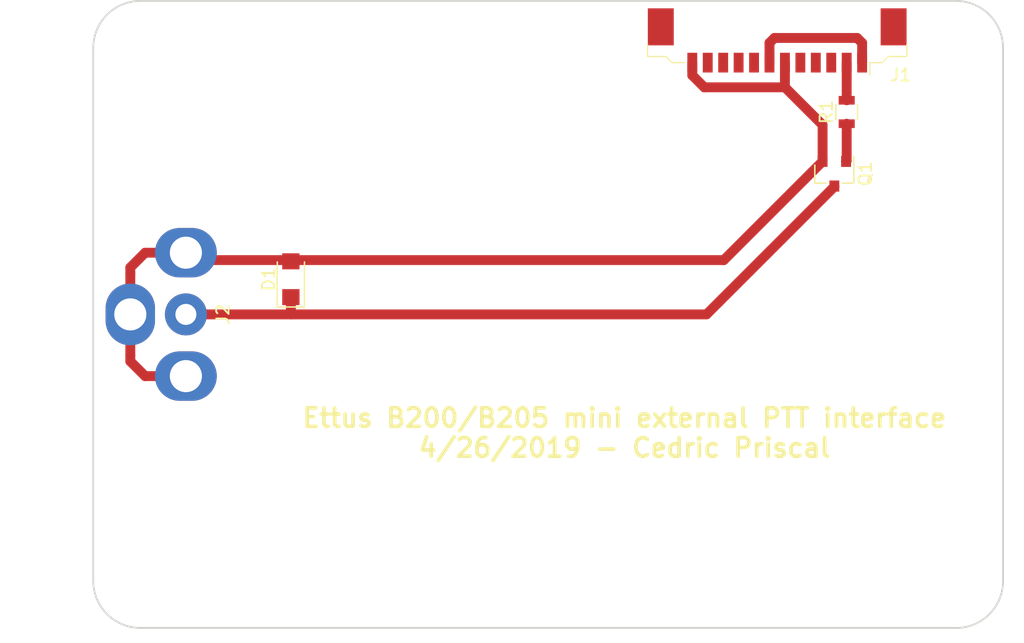
<source format=kicad_pcb>
(kicad_pcb (version 4) (host pcbnew 4.0.7-e2-6376~58~ubuntu16.04.1)

  (general
    (links 11)
    (no_connects 0)
    (area -0.075001 -0.075001 73.735001 50.885001)
    (thickness 1.6)
    (drawings 9)
    (tracks 32)
    (zones 0)
    (modules 9)
    (nets 6)
  )

  (page A4)
  (layers
    (0 F.Cu signal)
    (31 B.Cu signal)
    (32 B.Adhes user)
    (33 F.Adhes user)
    (34 B.Paste user)
    (35 F.Paste user)
    (36 B.SilkS user)
    (37 F.SilkS user)
    (38 B.Mask user)
    (39 F.Mask user)
    (40 Dwgs.User user)
    (41 Cmts.User user)
    (42 Eco1.User user)
    (43 Eco2.User user)
    (44 Edge.Cuts user)
    (45 Margin user)
    (46 B.CrtYd user)
    (47 F.CrtYd user)
    (48 B.Fab user)
    (49 F.Fab user)
  )

  (setup
    (last_trace_width 0.25)
    (trace_clearance 0.2)
    (zone_clearance 0.508)
    (zone_45_only no)
    (trace_min 0.2)
    (segment_width 0.2)
    (edge_width 0.15)
    (via_size 0.6)
    (via_drill 0.4)
    (via_min_size 0.4)
    (via_min_drill 0.3)
    (uvia_size 0.3)
    (uvia_drill 0.1)
    (uvias_allowed no)
    (uvia_min_size 0.2)
    (uvia_min_drill 0.1)
    (pcb_text_width 0.3)
    (pcb_text_size 1.5 1.5)
    (mod_edge_width 0.15)
    (mod_text_size 1 1)
    (mod_text_width 0.15)
    (pad_size 1.524 1.524)
    (pad_drill 0.762)
    (pad_to_mask_clearance 0.2)
    (aux_axis_origin 0 0)
    (visible_elements FFFFEF7F)
    (pcbplotparams
      (layerselection 0x00030_80000001)
      (usegerberextensions false)
      (excludeedgelayer true)
      (linewidth 0.100000)
      (plotframeref false)
      (viasonmask false)
      (mode 1)
      (useauxorigin false)
      (hpglpennumber 1)
      (hpglpenspeed 20)
      (hpglpendiameter 15)
      (hpglpenoverlay 2)
      (psnegative false)
      (psa4output false)
      (plotreference true)
      (plotvalue true)
      (plotinvisibletext false)
      (padsonsilk false)
      (subtractmaskfromsilk false)
      (outputformat 1)
      (mirror false)
      (drillshape 1)
      (scaleselection 1)
      (outputdirectory ""))
  )

  (net 0 "")
  (net 1 "Net-(D1-Pad1)")
  (net 2 GND)
  (net 3 +3V3)
  (net 4 /GPIO_0)
  (net 5 "Net-(Q1-Pad1)")

  (net_class Default "This is the default net class."
    (clearance 0.2)
    (trace_width 0.25)
    (via_dia 0.6)
    (via_drill 0.4)
    (uvia_dia 0.3)
    (uvia_drill 0.1)
    (add_net +3V3)
    (add_net /GPIO_0)
    (add_net GND)
    (add_net "Net-(D1-Pad1)")
    (add_net "Net-(Q1-Pad1)")
  )

  (module Diodes_SMD:D_SMF (layer F.Cu) (tedit 5CC1ECDD) (tstamp 5CC1F230)
    (at 136 92.55 90)
    (descr "Diode SMC (DO-214AB)")
    (tags "Diode SMC (DO-214AB)")
    (path /5CC0D898)
    (attr smd)
    (fp_text reference D1 (at 0 -1.8 90) (layer F.SilkS)
      (effects (font (size 1 1) (thickness 0.15)))
    )
    (fp_text value D_Schottky (at 0 2 90) (layer F.Fab)
      (effects (font (size 1 1) (thickness 0.15)))
    )
    (fp_text user %R (at 0 -1.8 90) (layer F.Fab)
      (effects (font (size 1 1) (thickness 0.15)))
    )
    (fp_line (start -2.25 1.1) (end -2.25 -1.1) (layer F.SilkS) (width 0.12))
    (fp_line (start 1.4 0.95) (end -1.4 0.95) (layer F.Fab) (width 0.1))
    (fp_line (start -1.4 0.95) (end -1.4 -0.95) (layer F.Fab) (width 0.1))
    (fp_line (start 1.4 -0.95) (end 1.4 0.95) (layer F.Fab) (width 0.1))
    (fp_line (start 1.4 -0.95) (end -1.4 -0.95) (layer F.Fab) (width 0.1))
    (fp_line (start -2.25 -1.25) (end 2.25 -1.25) (layer F.CrtYd) (width 0.05))
    (fp_line (start 2.25 -1.25) (end 2.25 1.25) (layer F.CrtYd) (width 0.05))
    (fp_line (start 2.25 1.25) (end -2.25 1.25) (layer F.CrtYd) (width 0.05))
    (fp_line (start -2.25 1.25) (end -2.25 -1.25) (layer F.CrtYd) (width 0.05))
    (fp_line (start -0.64944 0.00102) (end -1.55114 0.00102) (layer F.Fab) (width 0.1))
    (fp_line (start 0.50118 0.00102) (end 1.4994 0.00102) (layer F.Fab) (width 0.1))
    (fp_line (start -0.64944 -0.79908) (end -0.64944 0.80112) (layer F.Fab) (width 0.1))
    (fp_line (start 0.50118 0.75032) (end 0.50118 -0.79908) (layer F.Fab) (width 0.1))
    (fp_line (start -0.64944 0.00102) (end 0.50118 0.75032) (layer F.Fab) (width 0.1))
    (fp_line (start -0.64944 0.00102) (end 0.50118 -0.79908) (layer F.Fab) (width 0.1))
    (fp_line (start -2.25 1.1) (end 1.4 1.1) (layer F.SilkS) (width 0.12))
    (fp_line (start -2.25 -1.1) (end 1.4 -1.1) (layer F.SilkS) (width 0.12))
    (pad 1 smd rect (at -1.45 0 180) (size 1.4 1.3) (layers F.Cu F.Paste F.Mask)
      (net 1 "Net-(D1-Pad1)"))
    (pad 2 smd rect (at 1.45 0 180) (size 1.4 1.3) (layers F.Cu F.Paste F.Mask)
      (net 2 GND))
    (model Diodes_SMD.3dshapes/D_1206.wrl
      (at (xyz 0 0 0))
      (scale (xyz 1 1 1))
      (rotate (xyz 0 0 0))
    )
  )

  (module Connectors_TE-Connectivity:TE-1-1734261-2 (layer F.Cu) (tedit 5CC1E4BA) (tstamp 5CC1F25B)
    (at 175.375 75)
    (path /5CC0CA82)
    (fp_text reference J1 (at 10 1) (layer F.SilkS)
      (effects (font (size 1 1) (thickness 0.15)))
    )
    (fp_text value 1-1734261-2 (at 0 -2.5) (layer F.Fab)
      (effects (font (size 1 1) (thickness 0.15)))
    )
    (fp_line (start -10.5 1) (end -10.5 -5) (layer F.CrtYd) (width 0.1))
    (fp_line (start 10.5 1) (end -10.5 1) (layer F.CrtYd) (width 0.1))
    (fp_line (start 10.5 -5) (end 10.5 1) (layer F.CrtYd) (width 0.1))
    (fp_line (start -10.5 -5) (end 10.5 -5) (layer F.CrtYd) (width 0.1))
    (fp_line (start 7.5 0) (end 7.5 1) (layer F.SilkS) (width 0.1))
    (fp_line (start 8.5 0) (end 7.5 0) (layer F.SilkS) (width 0.1))
    (fp_line (start 9 -0.5) (end 8.5 0) (layer F.SilkS) (width 0.1))
    (fp_line (start 10.5 -0.5) (end 9 -0.5) (layer F.SilkS) (width 0.1))
    (fp_line (start 10.5 -1.5) (end 10.5 -0.5) (layer F.SilkS) (width 0.1))
    (fp_line (start -10.5 -0.5) (end -10.5 -1.5) (layer F.SilkS) (width 0.1))
    (fp_line (start -9 -0.5) (end -10.5 -0.5) (layer F.SilkS) (width 0.1))
    (fp_line (start -8.5 0) (end -9 -0.5) (layer F.SilkS) (width 0.1))
    (fp_line (start -7.5 0) (end -8.5 0) (layer F.SilkS) (width 0.1))
    (fp_line (start 8.5 -4.5) (end -8.5 -4.5) (layer F.Fab) (width 0.1))
    (fp_line (start 8.5 -4) (end 8.5 -4.5) (layer F.Fab) (width 0.1))
    (fp_line (start 10 -4) (end 8.5 -4) (layer F.Fab) (width 0.1))
    (fp_line (start 10 -1) (end 10 -4) (layer F.Fab) (width 0.1))
    (fp_line (start 9 -1) (end 10 -1) (layer F.Fab) (width 0.1))
    (fp_line (start 8.5 -0.5) (end 9 -1) (layer F.Fab) (width 0.1))
    (fp_line (start -8.5 -0.5) (end 8.5 -0.5) (layer F.Fab) (width 0.1))
    (fp_line (start -9 -1) (end -8.5 -0.5) (layer F.Fab) (width 0.1))
    (fp_line (start -10 -1) (end -9 -1) (layer F.Fab) (width 0.1))
    (fp_line (start -10 -4) (end -10 -1) (layer F.Fab) (width 0.1))
    (fp_line (start -8.5 -4) (end -10 -4) (layer F.Fab) (width 0.1))
    (fp_line (start -8.5 -4.5) (end -8.5 -4) (layer F.Fab) (width 0.1))
    (pad 1 smd rect (at 6.875 0) (size 0.8 1.6) (layers F.Cu F.Paste F.Mask)
      (net 3 +3V3))
    (pad 2 smd rect (at 5.625 0) (size 0.8 1.6) (layers F.Cu F.Paste F.Mask)
      (net 4 /GPIO_0))
    (pad 3 smd rect (at 4.375 0) (size 0.8 1.6) (layers F.Cu F.Paste F.Mask))
    (pad 4 smd rect (at 3.125 0) (size 0.8 1.6) (layers F.Cu F.Paste F.Mask))
    (pad 5 smd rect (at 1.875 0) (size 0.8 1.6) (layers F.Cu F.Paste F.Mask))
    (pad 6 smd rect (at 0.625 0) (size 0.8 1.6) (layers F.Cu F.Paste F.Mask)
      (net 2 GND))
    (pad 7 smd rect (at -0.625 0) (size 0.8 1.6) (layers F.Cu F.Paste F.Mask)
      (net 3 +3V3))
    (pad 8 smd rect (at -1.875 0) (size 0.8 1.6) (layers F.Cu F.Paste F.Mask))
    (pad 9 smd rect (at -3.125 0) (size 0.8 1.6) (layers F.Cu F.Paste F.Mask))
    (pad 10 smd rect (at -4.375 0) (size 0.8 1.6) (layers F.Cu F.Paste F.Mask))
    (pad 11 smd rect (at -5.625 0) (size 0.8 1.6) (layers F.Cu F.Paste F.Mask))
    (pad 12 smd rect (at -6.875 0) (size 0.8 1.6) (layers F.Cu F.Paste F.Mask)
      (net 2 GND))
    (pad "" smd rect (at -9.425 -2.9) (size 2.1 3) (layers F.Cu F.Paste F.Mask))
    (pad "" smd rect (at 9.425 -2.9) (size 2.1 3) (layers F.Cu F.Paste F.Mask))
  )

  (module Connectors_CUI:CUI-RCJ-017 (layer F.Cu) (tedit 5CC1E8CC) (tstamp 5CC1F26E)
    (at 127.5 95.4 90)
    (path /5CC0CD52)
    (fp_text reference J2 (at 0 3 90) (layer F.SilkS)
      (effects (font (size 1 1) (thickness 0.15)))
    )
    (fp_text value Conn_Coaxial (at 0 -7.5 90) (layer F.Fab)
      (effects (font (size 1 1) (thickness 0.15)))
    )
    (fp_line (start -7.5 3) (end -7.5 -15) (layer F.CrtYd) (width 0.1))
    (fp_line (start 7.5 3) (end -7.5 3) (layer F.CrtYd) (width 0.1))
    (fp_line (start 7.5 -15) (end 7.5 3) (layer F.CrtYd) (width 0.1))
    (fp_line (start -7.5 -15) (end 7.5 -15) (layer F.CrtYd) (width 0.1))
    (fp_line (start -4 -14.5) (end -4 -8.5) (layer F.Fab) (width 0.1))
    (fp_line (start 4 -14.5) (end 4 -8.5) (layer F.Fab) (width 0.1))
    (fp_line (start 4 -14.5) (end -4 -14.5) (layer F.Fab) (width 0.1))
    (fp_line (start -5.5 -8.5) (end -5.5 0) (layer F.Fab) (width 0.1))
    (fp_line (start 5.5 0) (end 5.5 -8.5) (layer F.Fab) (width 0.1))
    (fp_line (start -5.5 0) (end 5.5 0) (layer F.Fab) (width 0.1))
    (fp_line (start -5.5 -8.5) (end 5.5 -8.5) (layer F.Fab) (width 0.1))
    (pad 2 thru_hole oval (at -5 0 90) (size 4 5) (drill 2.6) (layers *.Cu *.Mask)
      (net 2 GND))
    (pad 2 thru_hole oval (at 0 -4.5 90) (size 5 4) (drill 2.6) (layers *.Cu *.Mask)
      (net 2 GND))
    (pad 1 thru_hole circle (at 0 0 90) (size 3.4 3.4) (drill 1.7) (layers *.Cu *.Mask)
      (net 1 "Net-(D1-Pad1)"))
    (pad 2 thru_hole oval (at 5 0 90) (size 4 5) (drill 2.6) (layers *.Cu *.Mask)
      (net 2 GND))
  )

  (module Mounting_Holes:MountingHole_3.2mm_M3 (layer F.Cu) (tedit 5CC3991A) (tstamp 5CC1F276)
    (at 123.81 73.81)
    (descr "Mounting Hole 3.2mm, no annular, M3")
    (tags "mounting hole 3.2mm no annular m3")
    (path /5CC0CC00)
    (attr virtual)
    (fp_text reference MK1 (at 0 -4.2) (layer F.SilkS) hide
      (effects (font (size 1 1) (thickness 0.15)))
    )
    (fp_text value Mounting_Hole (at 0 4.2) (layer F.Fab)
      (effects (font (size 1 1) (thickness 0.15)))
    )
    (fp_text user %R (at 0.3 0) (layer F.Fab)
      (effects (font (size 1 1) (thickness 0.15)))
    )
    (fp_circle (center 0 0) (end 3.2 0) (layer Cmts.User) (width 0.15))
    (fp_circle (center 0 0) (end 3.45 0) (layer F.CrtYd) (width 0.05))
    (pad 1 np_thru_hole circle (at 0 0) (size 3.2 3.2) (drill 3.2) (layers *.Cu *.Mask))
  )

  (module Mounting_Holes:MountingHole_3.2mm_M3 (layer F.Cu) (tedit 5CC39917) (tstamp 5CC1F27E)
    (at 123.81 116.99)
    (descr "Mounting Hole 3.2mm, no annular, M3")
    (tags "mounting hole 3.2mm no annular m3")
    (path /5CC0CC7A)
    (attr virtual)
    (fp_text reference MK2 (at 0 -4.2) (layer F.SilkS) hide
      (effects (font (size 1 1) (thickness 0.15)))
    )
    (fp_text value Mounting_Hole (at 0 4.2) (layer F.Fab)
      (effects (font (size 1 1) (thickness 0.15)))
    )
    (fp_text user %R (at 0.3 0) (layer F.Fab)
      (effects (font (size 1 1) (thickness 0.15)))
    )
    (fp_circle (center 0 0) (end 3.2 0) (layer Cmts.User) (width 0.15))
    (fp_circle (center 0 0) (end 3.45 0) (layer F.CrtYd) (width 0.05))
    (pad 1 np_thru_hole circle (at 0 0) (size 3.2 3.2) (drill 3.2) (layers *.Cu *.Mask))
  )

  (module Mounting_Holes:MountingHole_3.2mm_M3 (layer F.Cu) (tedit 5CC3991F) (tstamp 5CC1F286)
    (at 189.85 73.81)
    (descr "Mounting Hole 3.2mm, no annular, M3")
    (tags "mounting hole 3.2mm no annular m3")
    (path /5CC0CCBB)
    (attr virtual)
    (fp_text reference MK3 (at 0 -4.2) (layer F.SilkS) hide
      (effects (font (size 1 1) (thickness 0.15)))
    )
    (fp_text value Mounting_Hole (at 0 4.2) (layer F.Fab)
      (effects (font (size 1 1) (thickness 0.15)))
    )
    (fp_text user %R (at 0.3 0) (layer F.Fab)
      (effects (font (size 1 1) (thickness 0.15)))
    )
    (fp_circle (center 0 0) (end 3.2 0) (layer Cmts.User) (width 0.15))
    (fp_circle (center 0 0) (end 3.45 0) (layer F.CrtYd) (width 0.05))
    (pad 1 np_thru_hole circle (at 0 0) (size 3.2 3.2) (drill 3.2) (layers *.Cu *.Mask))
  )

  (module Mounting_Holes:MountingHole_3.2mm_M3 (layer F.Cu) (tedit 5CC3991C) (tstamp 5CC1F28E)
    (at 189.85 116.99)
    (descr "Mounting Hole 3.2mm, no annular, M3")
    (tags "mounting hole 3.2mm no annular m3")
    (path /5CC0CCE1)
    (attr virtual)
    (fp_text reference MK4 (at 0 -4.2) (layer F.SilkS) hide
      (effects (font (size 1 1) (thickness 0.15)))
    )
    (fp_text value Mounting_Hole (at 0 4.2) (layer F.Fab)
      (effects (font (size 1 1) (thickness 0.15)))
    )
    (fp_text user %R (at 0.3 0) (layer F.Fab)
      (effects (font (size 1 1) (thickness 0.15)))
    )
    (fp_circle (center 0 0) (end 3.2 0) (layer Cmts.User) (width 0.15))
    (fp_circle (center 0 0) (end 3.45 0) (layer F.CrtYd) (width 0.05))
    (pad 1 np_thru_hole circle (at 0 0) (size 3.2 3.2) (drill 3.2) (layers *.Cu *.Mask))
  )

  (module TO_SOT_Packages_SMD:SOT-23 (layer F.Cu) (tedit 58CE4E7E) (tstamp 5CC1F2A3)
    (at 180 84 270)
    (descr "SOT-23, Standard")
    (tags SOT-23)
    (path /5CC0D141)
    (attr smd)
    (fp_text reference Q1 (at 0 -2.5 270) (layer F.SilkS)
      (effects (font (size 1 1) (thickness 0.15)))
    )
    (fp_text value 2N7002-7-F (at 0 2.5 270) (layer F.Fab)
      (effects (font (size 1 1) (thickness 0.15)))
    )
    (fp_text user %R (at 0 0 360) (layer F.Fab)
      (effects (font (size 0.5 0.5) (thickness 0.075)))
    )
    (fp_line (start -0.7 -0.95) (end -0.7 1.5) (layer F.Fab) (width 0.1))
    (fp_line (start -0.15 -1.52) (end 0.7 -1.52) (layer F.Fab) (width 0.1))
    (fp_line (start -0.7 -0.95) (end -0.15 -1.52) (layer F.Fab) (width 0.1))
    (fp_line (start 0.7 -1.52) (end 0.7 1.52) (layer F.Fab) (width 0.1))
    (fp_line (start -0.7 1.52) (end 0.7 1.52) (layer F.Fab) (width 0.1))
    (fp_line (start 0.76 1.58) (end 0.76 0.65) (layer F.SilkS) (width 0.12))
    (fp_line (start 0.76 -1.58) (end 0.76 -0.65) (layer F.SilkS) (width 0.12))
    (fp_line (start -1.7 -1.75) (end 1.7 -1.75) (layer F.CrtYd) (width 0.05))
    (fp_line (start 1.7 -1.75) (end 1.7 1.75) (layer F.CrtYd) (width 0.05))
    (fp_line (start 1.7 1.75) (end -1.7 1.75) (layer F.CrtYd) (width 0.05))
    (fp_line (start -1.7 1.75) (end -1.7 -1.75) (layer F.CrtYd) (width 0.05))
    (fp_line (start 0.76 -1.58) (end -1.4 -1.58) (layer F.SilkS) (width 0.12))
    (fp_line (start 0.76 1.58) (end -0.7 1.58) (layer F.SilkS) (width 0.12))
    (pad 1 smd rect (at -1 -0.95 270) (size 0.9 0.8) (layers F.Cu F.Paste F.Mask)
      (net 5 "Net-(Q1-Pad1)"))
    (pad 2 smd rect (at -1 0.95 270) (size 0.9 0.8) (layers F.Cu F.Paste F.Mask)
      (net 2 GND))
    (pad 3 smd rect (at 1 0 270) (size 0.9 0.8) (layers F.Cu F.Paste F.Mask)
      (net 1 "Net-(D1-Pad1)"))
    (model ${KISYS3DMOD}/TO_SOT_Packages_SMD.3dshapes/SOT-23.wrl
      (at (xyz 0 0 0))
      (scale (xyz 1 1 1))
      (rotate (xyz 0 0 0))
    )
  )

  (module Resistors_SMD:R_0805 (layer F.Cu) (tedit 58E0A804) (tstamp 5CC1F2B4)
    (at 181 79 90)
    (descr "Resistor SMD 0805, reflow soldering, Vishay (see dcrcw.pdf)")
    (tags "resistor 0805")
    (path /5CC0D279)
    (attr smd)
    (fp_text reference R1 (at 0 -1.65 90) (layer F.SilkS)
      (effects (font (size 1 1) (thickness 0.15)))
    )
    (fp_text value 150 (at 0 1.75 90) (layer F.Fab)
      (effects (font (size 1 1) (thickness 0.15)))
    )
    (fp_text user %R (at 0 0 90) (layer F.Fab)
      (effects (font (size 0.5 0.5) (thickness 0.075)))
    )
    (fp_line (start -1 0.62) (end -1 -0.62) (layer F.Fab) (width 0.1))
    (fp_line (start 1 0.62) (end -1 0.62) (layer F.Fab) (width 0.1))
    (fp_line (start 1 -0.62) (end 1 0.62) (layer F.Fab) (width 0.1))
    (fp_line (start -1 -0.62) (end 1 -0.62) (layer F.Fab) (width 0.1))
    (fp_line (start 0.6 0.88) (end -0.6 0.88) (layer F.SilkS) (width 0.12))
    (fp_line (start -0.6 -0.88) (end 0.6 -0.88) (layer F.SilkS) (width 0.12))
    (fp_line (start -1.55 -0.9) (end 1.55 -0.9) (layer F.CrtYd) (width 0.05))
    (fp_line (start -1.55 -0.9) (end -1.55 0.9) (layer F.CrtYd) (width 0.05))
    (fp_line (start 1.55 0.9) (end 1.55 -0.9) (layer F.CrtYd) (width 0.05))
    (fp_line (start 1.55 0.9) (end -1.55 0.9) (layer F.CrtYd) (width 0.05))
    (pad 1 smd rect (at -0.95 0 90) (size 0.7 1.3) (layers F.Cu F.Paste F.Mask)
      (net 5 "Net-(Q1-Pad1)"))
    (pad 2 smd rect (at 0.95 0 90) (size 0.7 1.3) (layers F.Cu F.Paste F.Mask)
      (net 4 /GPIO_0))
    (model ${KISYS3DMOD}/Resistors_SMD.3dshapes/R_0805.wrl
      (at (xyz 0 0 0))
      (scale (xyz 1 1 1))
      (rotate (xyz 0 0 0))
    )
  )

  (gr_text "Ettus B200/B205 mini external PTT interface\n4/26/2019 - Cedric Priscal" (at 163 105) (layer F.SilkS)
    (effects (font (size 1.5 1.5) (thickness 0.3)))
  )
  (gr_arc (start 123.81 116.99) (end 123.81 120.8) (angle 90) (layer Edge.Cuts) (width 0.15))
  (gr_arc (start 189.85 117) (end 193.66 117) (angle 90) (layer Edge.Cuts) (width 0.15))
  (gr_arc (start 189.85 73.81) (end 189.85 70) (angle 90) (layer Edge.Cuts) (width 0.15))
  (gr_arc (start 123.81 73.81) (end 120 73.81) (angle 89.9) (layer Edge.Cuts) (width 0.15))
  (gr_line (start 193.66 73.81) (end 193.66 116.99) (layer Edge.Cuts) (width 0.15))
  (gr_line (start 120 73.81) (end 120 116.99) (layer Edge.Cuts) (width 0.15))
  (gr_line (start 123.81 120.8) (end 189.85 120.8) (layer Edge.Cuts) (width 0.15) (tstamp 5CC1F348))
  (gr_line (start 123.81 70) (end 189.85 70) (layer Edge.Cuts) (width 0.15))

  (segment (start 169.65 95.4) (end 136 95.4) (width 0.8) (layer F.Cu) (net 1))
  (segment (start 136 95.4) (end 127.5 95.4) (width 0.8) (layer F.Cu) (net 1))
  (segment (start 136 94) (end 136 95.4) (width 0.8) (layer F.Cu) (net 1))
  (segment (start 180 85) (end 180 85.05) (width 0.8) (layer F.Cu) (net 1))
  (segment (start 180 85.05) (end 169.65 95.4) (width 0.8) (layer F.Cu) (net 1))
  (segment (start 168.5 75) (end 168.5 76.030002) (width 0.8) (layer F.Cu) (net 2))
  (segment (start 168.5 76.030002) (end 169.469998 77) (width 0.8) (layer F.Cu) (net 2))
  (segment (start 169.469998 77) (end 176 77) (width 0.8) (layer F.Cu) (net 2))
  (segment (start 176 75) (end 176 77) (width 0.8) (layer F.Cu) (net 2))
  (segment (start 176 77) (end 179.05 80.05) (width 0.8) (layer F.Cu) (net 2))
  (segment (start 179.05 80.05) (end 179.05 83) (width 0.8) (layer F.Cu) (net 2))
  (segment (start 127.5 90.4) (end 128.1 91) (width 0.8) (layer F.Cu) (net 2))
  (segment (start 128.1 91) (end 135.9 91) (width 0.8) (layer F.Cu) (net 2))
  (segment (start 135.9 91) (end 136 91.1) (width 0.8) (layer F.Cu) (net 2))
  (segment (start 136 91) (end 171.05 91) (width 0.8) (layer F.Cu) (net 2))
  (segment (start 171.05 91) (end 179.05 83) (width 0.8) (layer F.Cu) (net 2))
  (segment (start 127.5 90.4) (end 124.2 90.4) (width 0.8) (layer F.Cu) (net 2))
  (segment (start 124.2 90.4) (end 123 91.6) (width 0.8) (layer F.Cu) (net 2))
  (segment (start 123 91.6) (end 123 92.1) (width 0.8) (layer F.Cu) (net 2))
  (segment (start 123 92.1) (end 123 95.4) (width 0.8) (layer F.Cu) (net 2))
  (segment (start 127.5 100.4) (end 124.2 100.4) (width 0.8) (layer F.Cu) (net 2))
  (segment (start 124.2 100.4) (end 123 99.2) (width 0.8) (layer F.Cu) (net 2))
  (segment (start 123 99.2) (end 123 98.7) (width 0.8) (layer F.Cu) (net 2))
  (segment (start 123 98.7) (end 123 95.4) (width 0.8) (layer F.Cu) (net 2))
  (segment (start 182.25 75) (end 182.25 73.4) (width 0.8) (layer F.Cu) (net 3))
  (segment (start 182.25 73.4) (end 181.85 73) (width 0.8) (layer F.Cu) (net 3))
  (segment (start 181.85 73) (end 175.15 73) (width 0.8) (layer F.Cu) (net 3))
  (segment (start 175.15 73) (end 174.75 73.4) (width 0.8) (layer F.Cu) (net 3))
  (segment (start 174.75 73.4) (end 174.75 75) (width 0.8) (layer F.Cu) (net 3))
  (segment (start 181 75) (end 181 78.05) (width 0.8) (layer F.Cu) (net 4))
  (segment (start 181 79.95) (end 181 82.95) (width 0.8) (layer F.Cu) (net 5))
  (segment (start 181 82.95) (end 180.95 83) (width 0.8) (layer F.Cu) (net 5))

)

</source>
